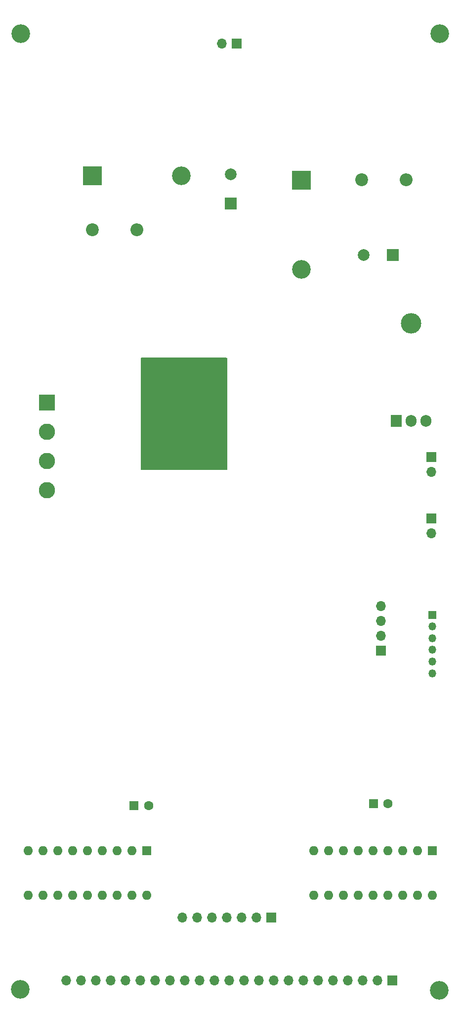
<source format=gbr>
%TF.GenerationSoftware,KiCad,Pcbnew,(6.0.7)*%
%TF.CreationDate,2022-09-18T15:45:32+05:30*%
%TF.ProjectId,Irrigation Project,49727269-6761-4746-996f-6e2050726f6a,V1.0*%
%TF.SameCoordinates,Original*%
%TF.FileFunction,Soldermask,Bot*%
%TF.FilePolarity,Negative*%
%FSLAX46Y46*%
G04 Gerber Fmt 4.6, Leading zero omitted, Abs format (unit mm)*
G04 Created by KiCad (PCBNEW (6.0.7)) date 2022-09-18 15:45:32*
%MOMM*%
%LPD*%
G01*
G04 APERTURE LIST*
%ADD10R,1.600000X1.600000*%
%ADD11C,1.600000*%
%ADD12C,2.200000*%
%ADD13O,2.200000X2.200000*%
%ADD14R,1.700000X1.700000*%
%ADD15O,1.700000X1.700000*%
%ADD16C,3.200000*%
%ADD17O,3.500000X3.500000*%
%ADD18R,1.905000X2.000000*%
%ADD19O,1.905000X2.000000*%
%ADD20R,2.000000X2.000000*%
%ADD21C,2.000000*%
%ADD22R,1.350000X1.350000*%
%ADD23O,1.350000X1.350000*%
%ADD24O,1.600000X1.600000*%
%ADD25R,2.800000X2.800000*%
%ADD26C,2.800000*%
%ADD27R,3.200000X3.200000*%
%ADD28O,3.200000X3.200000*%
G04 APERTURE END LIST*
D10*
%TO.C,C15*%
X107694888Y-153100000D03*
D11*
X110194888Y-153100000D03*
%TD*%
D12*
%TO.C,L1*%
X146690000Y-46125000D03*
D13*
X154310000Y-46125000D03*
%TD*%
D14*
%TO.C,J8*%
X151925000Y-183000000D03*
D15*
X149385000Y-183000000D03*
X146845000Y-183000000D03*
X144305000Y-183000000D03*
X141765000Y-183000000D03*
X139225000Y-183000000D03*
X136685000Y-183000000D03*
X134145000Y-183000000D03*
X131605000Y-183000000D03*
X129065000Y-183000000D03*
X126525000Y-183000000D03*
X123985000Y-183000000D03*
X121445000Y-183000000D03*
X118905000Y-183000000D03*
X116365000Y-183000000D03*
X113825000Y-183000000D03*
X111285000Y-183000000D03*
X108745000Y-183000000D03*
X106205000Y-183000000D03*
X103665000Y-183000000D03*
X101125000Y-183000000D03*
X98585000Y-183000000D03*
X96045000Y-183000000D03*
%TD*%
D14*
%TO.C,J1*%
X125300000Y-22800000D03*
D15*
X122760000Y-22800000D03*
%TD*%
D16*
%TO.C,H2*%
X160000000Y-184700000D03*
%TD*%
D10*
%TO.C,C14*%
X148700000Y-152800000D03*
D11*
X151200000Y-152800000D03*
%TD*%
D17*
%TO.C,Q1*%
X155200000Y-70670000D03*
D18*
X152660000Y-87330000D03*
D19*
X155200000Y-87330000D03*
X157740000Y-87330000D03*
%TD*%
D14*
%TO.C,J5*%
X131200000Y-172300000D03*
D15*
X128660000Y-172300000D03*
X126120000Y-172300000D03*
X123580000Y-172300000D03*
X121040000Y-172300000D03*
X118500000Y-172300000D03*
X115960000Y-172300000D03*
%TD*%
D20*
%TO.C,C10*%
X124300000Y-50217677D03*
D21*
X124300000Y-45217677D03*
%TD*%
D16*
%TO.C,H4*%
X88200000Y-184550000D03*
%TD*%
D22*
%TO.C,J7*%
X158800000Y-120500000D03*
D23*
X158800000Y-122500000D03*
X158800000Y-124500000D03*
X158800000Y-126500000D03*
X158800000Y-128500000D03*
X158800000Y-130500000D03*
%TD*%
D10*
%TO.C,U4*%
X158800000Y-160800000D03*
D24*
X156260000Y-160800000D03*
X153720000Y-160800000D03*
X151180000Y-160800000D03*
X148640000Y-160800000D03*
X146100000Y-160800000D03*
X143560000Y-160800000D03*
X141020000Y-160800000D03*
X138480000Y-160800000D03*
X138480000Y-168420000D03*
X141020000Y-168420000D03*
X143560000Y-168420000D03*
X146100000Y-168420000D03*
X148640000Y-168420000D03*
X151180000Y-168420000D03*
X153720000Y-168420000D03*
X156260000Y-168420000D03*
X158800000Y-168420000D03*
%TD*%
D16*
%TO.C,H3*%
X88300000Y-21100000D03*
%TD*%
D14*
%TO.C,J3*%
X158600000Y-104025000D03*
D15*
X158600000Y-106565000D03*
%TD*%
D14*
%TO.C,J2*%
X150000000Y-126600000D03*
D15*
X150000000Y-124060000D03*
X150000000Y-121520000D03*
X150000000Y-118980000D03*
%TD*%
D16*
%TO.C,H1*%
X160100000Y-21125000D03*
%TD*%
D25*
%TO.C,J6*%
X92750000Y-84200000D03*
D26*
X92750000Y-89200000D03*
X92750000Y-94200000D03*
X92750000Y-99200000D03*
%TD*%
D27*
%TO.C,D4*%
X136400000Y-46205000D03*
D28*
X136400000Y-61445000D03*
%TD*%
D12*
%TO.C,L2*%
X100590000Y-54700000D03*
D13*
X108210000Y-54700000D03*
%TD*%
D20*
%TO.C,C9*%
X152067677Y-59025000D03*
D21*
X147067677Y-59025000D03*
%TD*%
D27*
%TO.C,D5*%
X100580000Y-45400000D03*
D28*
X115820000Y-45400000D03*
%TD*%
D14*
%TO.C,J4*%
X158600000Y-93525000D03*
D15*
X158600000Y-96065000D03*
%TD*%
D10*
%TO.C,U5*%
X109850000Y-160800000D03*
D24*
X107310000Y-160800000D03*
X104770000Y-160800000D03*
X102230000Y-160800000D03*
X99690000Y-160800000D03*
X97150000Y-160800000D03*
X94610000Y-160800000D03*
X92070000Y-160800000D03*
X89530000Y-160800000D03*
X89530000Y-168420000D03*
X92070000Y-168420000D03*
X94610000Y-168420000D03*
X97150000Y-168420000D03*
X99690000Y-168420000D03*
X102230000Y-168420000D03*
X104770000Y-168420000D03*
X107310000Y-168420000D03*
X109850000Y-168420000D03*
%TD*%
G36*
X123592121Y-76570002D02*
G01*
X123638614Y-76623658D01*
X123650000Y-76676000D01*
X123650000Y-95624000D01*
X123629998Y-95692121D01*
X123576342Y-95738614D01*
X123524000Y-95750000D01*
X108976000Y-95750000D01*
X108907879Y-95729998D01*
X108861386Y-95676342D01*
X108850000Y-95624000D01*
X108850000Y-76676000D01*
X108870002Y-76607879D01*
X108923658Y-76561386D01*
X108976000Y-76550000D01*
X123524000Y-76550000D01*
X123592121Y-76570002D01*
G37*
M02*

</source>
